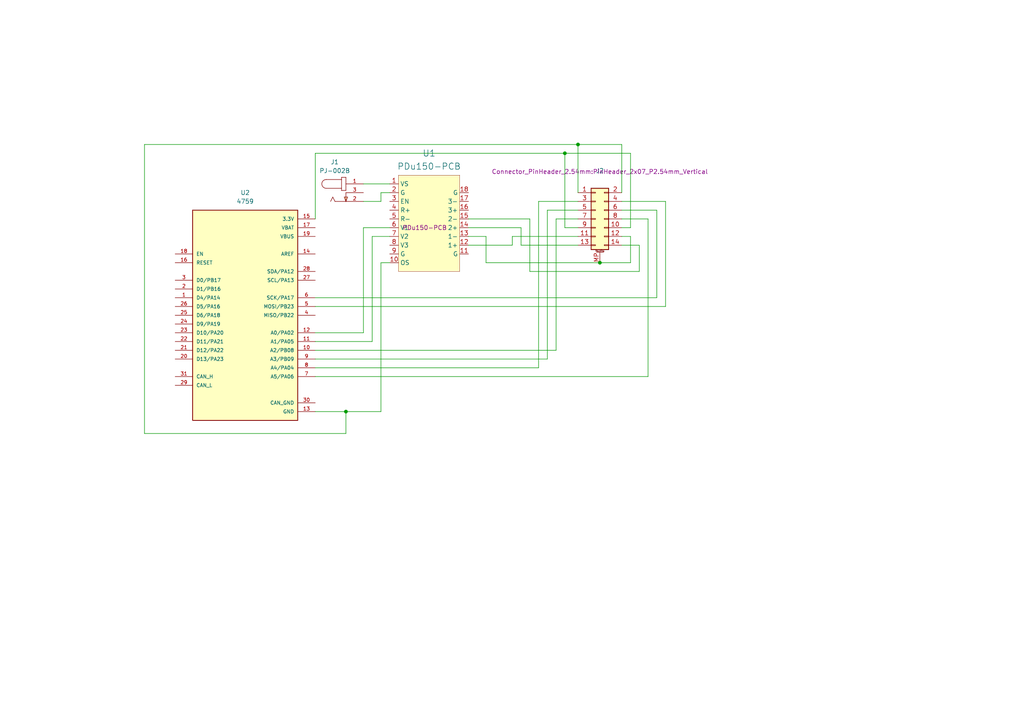
<source format=kicad_sch>
(kicad_sch (version 20250114) (generator "eeschema") (generator_version "9.0")
  (paper "A4")
  (lib_symbols
    (symbol "4759:4759" (pin_names (offset 1.016))
      (property "Reference" "U" (at -15.24 31.115 0))
      (property "Value" "4759" (at -15.24 -33.02 0))
      (symbol "4759_0_0"
        (rectangle (start -15.24 -30.48) (end 15.24 30.48) (stroke (width 0.254)) (fill (type background)))
        (pin input line (at -20.32 17.78 0) (length 5.08) (name "EN") (number "18"))
        (pin input line (at -20.32 15.24 0) (length 5.08) (name "RESET") (number "16"))
        (pin bidirectional line (at -20.32 10.16 0) (length 5.08) (name "D0/PB17") (number "3"))
        (pin bidirectional line (at -20.32 7.62 0) (length 5.08) (name "D1/PB16") (number "2"))
        (pin bidirectional line (at -20.32 5.08 0) (length 5.08) (name "D4/PA14") (number "1"))
        (pin bidirectional line (at -20.32 2.54 0) (length 5.08) (name "D5/PA16") (number "26"))
        (pin bidirectional line (at -20.32 0 0) (length 5.08) (name "D6/PA18") (number "25"))
        (pin bidirectional line (at -20.32 -2.54 0) (length 5.08) (name "D9/PA19") (number "24"))
        (pin bidirectional line (at -20.32 -5.08 0) (length 5.08) (name "D10/PA20") (number "23"))
        (pin bidirectional line (at -20.32 -7.62 0) (length 5.08) (name "D11/PA21") (number "22"))
        (pin bidirectional line (at -20.32 -10.16 0) (length 5.08) (name "D12/PA22") (number "21"))
        (pin bidirectional line (at -20.32 -12.7 0) (length 5.08) (name "D13/PA23") (number "20"))
        (pin bidirectional line (at -20.32 -17.78 0) (length 5.08) (name "CAN_H") (number "31"))
        (pin bidirectional line (at -20.32 -20.32 0) (length 5.08) (name "CAN_L") (number "29"))
        (pin power_in line (at 20.32 27.94 180) (length 5.08) (name "3.3V") (number "15"))
        (pin power_in line (at 20.32 25.4 180) (length 5.08) (name "VBAT") (number "17"))
        (pin power_in line (at 20.32 22.86 180) (length 5.08) (name "VBUS") (number "19"))
        (pin bidirectional line (at 20.32 17.78 180) (length 5.08) (name "AREF") (number "14"))
        (pin bidirectional line (at 20.32 12.7 180) (length 5.08) (name "SDA/PA12") (number "28"))
        (pin bidirectional line (at 20.32 10.16 180) (length 5.08) (name "SCL/PA13") (number "27"))
        (pin bidirectional line (at 20.32 5.08 180) (length 5.08) (name "SCK/PA17") (number "6"))
        (pin bidirectional line (at 20.32 2.54 180) (length 5.08) (name "MOSI/PB23") (number "5"))
        (pin bidirectional line (at 20.32 0 180) (length 5.08) (name "MISO/PB22") (number "4"))
        (pin bidirectional line (at 20.32 -5.08 180) (length 5.08) (name "A0/PA02") (number "12"))
        (pin bidirectional line (at 20.32 -7.62 180) (length 5.08) (name "A1/PA05") (number "11"))
        (pin bidirectional line (at 20.32 -10.16 180) (length 5.08) (name "A2/PB08") (number "10"))
        (pin bidirectional line (at 20.32 -12.7 180) (length 5.08) (name "A3/PB09") (number "9"))
        (pin bidirectional line (at 20.32 -15.24 180) (length 5.08) (name "A4/PA04") (number "8"))
        (pin bidirectional line (at 20.32 -17.78 180) (length 5.08) (name "A5/PA06") (number "7"))
        (pin power_in line (at 20.32 -25.4 180) (length 5.08) (name "CAN_GND") (number "30"))
        (pin power_in line (at 20.32 -27.94 180) (length 5.08) (name "GND") (number "13"))
      )
    )
    (symbol "Connector_Generic_MountingPin:Conn_02x07_Odd_Even_MountingPin" (pin_names (offset 1.016) (hide yes))
      (property "Reference" "J" (at 1.27 10.16 0))
      (property "Value" "Conn_02x07_Odd_Even_MountingPin" (at 2.54 -10.16 0))
      (symbol "Conn_02x07_Odd_Even_MountingPin_1_1"
        (rectangle (start -1.27 8.89) (end 3.81 -8.89) (stroke (width 0.254)) (fill (type background)))
        (rectangle (start -1.27 7.747) (end 0 7.493) (stroke (width 0.1524)))
        (rectangle (start -1.27 5.207) (end 0 4.953) (stroke (width 0.1524)))
        (rectangle (start -1.27 2.667) (end 0 2.413) (stroke (width 0.1524)))
        (rectangle (start -1.27 0.127) (end 0 -0.127) (stroke (width 0.1524)))
        (rectangle (start -1.27 -2.413) (end 0 -2.667) (stroke (width 0.1524)))
        (rectangle (start -1.27 -4.953) (end 0 -5.207) (stroke (width 0.1524)))
        (rectangle (start -1.27 -7.493) (end 0 -7.747) (stroke (width 0.1524)))
        (polyline (pts (xy 0.254 -9.652) (xy 2.286 -9.652)) (stroke (width 0.1524)))
        (rectangle (start 3.81 7.747) (end 2.54 7.493) (stroke (width 0.1524)))
        (rectangle (start 3.81 5.207) (end 2.54 4.953) (stroke (width 0.1524)))
        (rectangle (start 3.81 2.667) (end 2.54 2.413) (stroke (width 0.1524)))
        (rectangle (start 3.81 0.127) (end 2.54 -0.127) (stroke (width 0.1524)))
        (rectangle (start 3.81 -2.413) (end 2.54 -2.667) (stroke (width 0.1524)))
        (rectangle (start 3.81 -4.953) (end 2.54 -5.207) (stroke (width 0.1524)))
        (rectangle (start 3.81 -7.493) (end 2.54 -7.747) (stroke (width 0.1524)))
        (text "Mounting" (at 1.27 -9.271 0) (effects (font (size 0.381 0.381))))
        (pin passive line (at -5.08 7.62 0) (length 3.81) (name "Pin_1") (number "1"))
        (pin passive line (at -5.08 5.08 0) (length 3.81) (name "Pin_3") (number "3"))
        (pin passive line (at -5.08 2.54 0) (length 3.81) (name "Pin_5") (number "5"))
        (pin passive line (at -5.08 0 0) (length 3.81) (name "Pin_7") (number "7"))
        (pin passive line (at -5.08 -2.54 0) (length 3.81) (name "Pin_9") (number "9"))
        (pin passive line (at -5.08 -5.08 0) (length 3.81) (name "Pin_11") (number "11"))
        (pin passive line (at -5.08 -7.62 0) (length 3.81) (name "Pin_13") (number "13"))
        (pin passive line (at 1.27 -12.7 90) (length 3.048) (name "MountPin") (number "MP"))
        (pin passive line (at 7.62 7.62 180) (length 3.81) (name "Pin_2") (number "2"))
        (pin passive line (at 7.62 5.08 180) (length 3.81) (name "Pin_4") (number "4"))
        (pin passive line (at 7.62 2.54 180) (length 3.81) (name "Pin_6") (number "6"))
        (pin passive line (at 7.62 0 180) (length 3.81) (name "Pin_8") (number "8"))
        (pin passive line (at 7.62 -2.54 180) (length 3.81) (name "Pin_10") (number "10"))
        (pin passive line (at 7.62 -5.08 180) (length 3.81) (name "Pin_12") (number "12"))
        (pin passive line (at 7.62 -7.62 180) (length 3.81) (name "Pin_14") (number "14"))
      )
    )
    (symbol "PJ-002B:PJ-002B" (pin_names (offset 1.016) (hide yes))
      (property "Reference" "J" (at -7.6454 5.08 0))
      (property "Value" "PJ-002B" (at -7.62 -5.08 0))
      (symbol "PJ-002B_0_0"
        (polyline (pts (xy -5.715 3.81) (xy -1.27 3.81)) (stroke (width 0.1524)))
        (arc (start -5.715 1.27) (mid -6.985 2.54) (end -5.715 3.81) (stroke (width 0.1524)))
        (polyline (pts (xy -3.81 -1.27) (xy -4.445 -2.54)) (stroke (width 0.1524)))
        (polyline (pts (xy -3.175 -2.54) (xy -3.81 -1.27)) (stroke (width 0.1524)))
        (polyline (pts (xy -1.27 4.445) (xy -1.27 3.81)) (stroke (width 0.1524)))
        (polyline (pts (xy -1.27 3.81) (xy -1.27 1.27)) (stroke (width 0.1524)))
        (polyline (pts (xy -1.27 1.27) (xy -5.715 1.27)) (stroke (width 0.1524)))
        (polyline (pts (xy -1.27 1.27) (xy -1.27 0.635)) (stroke (width 0.1524)))
        (polyline (pts (xy -1.27 0.635) (xy 0 0.635)) (stroke (width 0.1524)))
        (polyline (pts (xy 0 4.445) (xy -1.27 4.445)) (stroke (width 0.1524)))
        (polyline (pts (xy 0 0.635) (xy 0 4.445)) (stroke (width 0.1524)))
        (polyline (pts (xy 0 0) (xy 0 -2.54)) (stroke (width 0.1524)))
        (polyline (pts (xy 0 -2.54) (xy -3.175 -2.54)) (stroke (width 0.1524)))
        (polyline (pts (xy 0 -2.54) (xy -0.508 -1.27) (xy 0.508 -1.27) (xy 0 -2.54)) (stroke (width 0.1524)) (fill (type background)))
        (pin passive line (at 5.08 2.54 180) (length 5.08) (name "~") (number "1"))
        (pin passive line (at 5.08 0 180) (length 5.08) (name "~") (number "3"))
        (pin passive line (at 5.08 -2.54 180) (length 5.08) (name "~") (number "2"))
      )
    )
    (symbol "PiezoDrive:PDu150-PCB"
      (property "Reference" "U" (at 1.524 2.54 0))
      (property "Value" "PDu150-PCB" (at 1.524 -6.604 0))
      (symbol "PDu150-PCB_1_0"
        (rectangle (start 10.16 15.24) (end -7.62 -12.7) (stroke (width 0.0254) (color 128 0 0 1)) (fill (type background)))
        (pin passive line (at -10.16 12.7 0) (length 2.54) (name "VS") (number "1"))
        (pin passive line (at -10.16 10.16 0) (length 2.54) (name "G") (number "2"))
        (pin passive line (at -10.16 7.62 0) (length 2.54) (name "EN") (number "3"))
        (pin passive line (at -10.16 5.08 0) (length 2.54) (name "R+") (number "4"))
        (pin passive line (at -10.16 2.54 0) (length 2.54) (name "R-") (number "5"))
        (pin passive line (at -10.16 0 0) (length 2.54) (name "V1") (number "6"))
        (pin passive line (at -10.16 -2.54 0) (length 2.54) (name "V2") (number "7"))
        (pin passive line (at -10.16 -5.08 0) (length 2.54) (name "V3") (number "8"))
        (pin passive line (at -10.16 -7.62 0) (length 2.54) (name "G") (number "9"))
        (pin passive line (at -10.16 -10.16 0) (length 2.54) (name "OS") (number "10"))
        (pin passive line (at 12.7 10.16 180) (length 2.54) (name "G") (number "18"))
        (pin passive line (at 12.7 7.62 180) (length 2.54) (name "3-") (number "17"))
        (pin passive line (at 12.7 5.08 180) (length 2.54) (name "3+") (number "16"))
        (pin passive line (at 12.7 2.54 180) (length 2.54) (name "2-") (number "15"))
        (pin passive line (at 12.7 0 180) (length 2.54) (name "2+") (number "14"))
        (pin passive line (at 12.7 -2.54 180) (length 2.54) (name "1-") (number "13"))
        (pin passive line (at 12.7 -5.08 180) (length 2.54) (name "1+") (number "12"))
        (pin passive line (at 12.7 -7.62 180) (length 2.54) (name "G") (number "11"))
      )
    )
  )
  (junction (at 100.33 119.38))
  (junction (at 173.99 76.2))
  (junction (at 163.83 44.45))
  (junction (at 167.64 41.91))
  (wire (pts (xy 185.42 71.12) (xy 180.34 71.12)))
  (wire (pts (xy 190.5 60.96) (xy 180.34 60.96)))
  (wire (pts (xy 91.44 119.38) (xy 100.33 119.38)))
  (wire (pts (xy 187.96 109.22) (xy 187.96 63.5)))
  (wire (pts (xy 156.21 58.42) (xy 167.64 58.42)))
  (wire (pts (xy 105.41 96.52) (xy 105.41 66.04)))
  (wire (pts (xy 173.99 76.2) (xy 182.88 76.2)))
  (wire (pts (xy 107.95 99.06) (xy 107.95 68.58)))
  (wire (pts (xy 105.41 58.42) (xy 110.49 58.42)))
  (wire (pts (xy 110.49 58.42) (xy 110.49 55.88)))
  (wire (pts (xy 151.13 71.12) (xy 167.64 71.12)))
  (wire (pts (xy 91.44 104.14) (xy 158.75 104.14)))
  (wire (pts (xy 151.13 66.04) (xy 151.13 71.12)))
  (wire (pts (xy 91.44 63.5) (xy 91.44 44.45)))
  (wire (pts (xy 153.67 78.74) (xy 185.42 78.74)))
  (wire (pts (xy 182.88 66.04) (xy 182.88 44.45)))
  (wire (pts (xy 158.75 104.14) (xy 158.75 60.96)))
  (wire (pts (xy 140.97 68.58) (xy 140.97 76.2)))
  (wire (pts (xy 91.44 86.36) (xy 190.5 86.36)))
  (wire (pts (xy 41.91 41.91) (xy 41.91 125.73)))
  (wire (pts (xy 148.59 68.58) (xy 167.64 68.58)))
  (wire (pts (xy 193.04 88.9) (xy 193.04 58.42)))
  (wire (pts (xy 153.67 63.5) (xy 153.67 78.74)))
  (wire (pts (xy 180.34 66.04) (xy 182.88 66.04)))
  (wire (pts (xy 161.29 63.5) (xy 167.64 63.5)))
  (wire (pts (xy 158.75 60.96) (xy 167.64 60.96)))
  (wire (pts (xy 182.88 76.2) (xy 182.88 68.58)))
  (wire (pts (xy 110.49 119.38) (xy 110.49 76.2)))
  (wire (pts (xy 163.83 44.45) (xy 182.88 44.45)))
  (wire (pts (xy 167.64 41.91) (xy 41.91 41.91)))
  (wire (pts (xy 105.41 66.04) (xy 113.03 66.04)))
  (wire (pts (xy 91.44 109.22) (xy 187.96 109.22)))
  (wire (pts (xy 91.44 106.68) (xy 156.21 106.68)))
  (wire (pts (xy 135.89 71.12) (xy 148.59 71.12)))
  (wire (pts (xy 163.83 66.04) (xy 163.83 44.45)))
  (wire (pts (xy 156.21 106.68) (xy 156.21 58.42)))
  (wire (pts (xy 135.89 63.5) (xy 153.67 63.5)))
  (wire (pts (xy 190.5 86.36) (xy 190.5 60.96)))
  (wire (pts (xy 180.34 55.88) (xy 180.34 41.91)))
  (wire (pts (xy 105.41 53.34) (xy 113.03 53.34)))
  (wire (pts (xy 91.44 99.06) (xy 107.95 99.06)))
  (wire (pts (xy 135.89 68.58) (xy 140.97 68.58)))
  (wire (pts (xy 193.04 58.42) (xy 180.34 58.42)))
  (wire (pts (xy 91.44 96.52) (xy 105.41 96.52)))
  (wire (pts (xy 161.29 101.6) (xy 161.29 63.5)))
  (wire (pts (xy 110.49 55.88) (xy 113.03 55.88)))
  (wire (pts (xy 91.44 101.6) (xy 161.29 101.6)))
  (wire (pts (xy 180.34 41.91) (xy 167.64 41.91)))
  (wire (pts (xy 148.59 71.12) (xy 148.59 68.58)))
  (wire (pts (xy 41.91 125.73) (xy 100.33 125.73)))
  (wire (pts (xy 182.88 68.58) (xy 180.34 68.58)))
  (wire (pts (xy 91.44 44.45) (xy 163.83 44.45)))
  (wire (pts (xy 140.97 76.2) (xy 173.99 76.2)))
  (wire (pts (xy 100.33 119.38) (xy 110.49 119.38)))
  (wire (pts (xy 100.33 125.73) (xy 100.33 119.38)))
  (wire (pts (xy 110.49 76.2) (xy 113.03 76.2)))
  (wire (pts (xy 151.13 66.04) (xy 135.89 66.04)))
  (wire (pts (xy 185.42 78.74) (xy 185.42 71.12)))
  (wire (pts (xy 91.44 88.9) (xy 193.04 88.9)))
  (wire (pts (xy 187.96 63.5) (xy 180.34 63.5)))
  (wire (pts (xy 167.64 55.88) (xy 167.64 41.91)))
  (wire (pts (xy 107.95 68.58) (xy 113.03 68.58)))
  (wire (pts (xy 167.64 66.04) (xy 163.83 66.04)))
  (symbol (lib_id "PJ-002B:PJ-002B") (at 100.33 55.88 0) (unit 1)
    (property "Reference" "J1" (at 97.0915 46.99 0))
    (property "Value" "PJ-002B" (at 97.0915 49.53 0))
    (property "Footprint" "PJ_002B:CUI_PJ-002B" (effects (hide yes)))
    (property "MANUFACTURER" "CUI INC" (effects (hide yes)))
    (property "STANDARD" "Manufacturer recommendations" (effects (hide yes)))
  )
  (symbol (lib_id "4759:4759") (at 71.12 91.44 0) (unit 1)
    (property "Reference" "U2" (at 71.12 55.88 0))
    (property "Value" "4759" (at 71.12 58.42 0))
    (property "Footprint" "4759:MODULE_4759" (effects (hide yes)))
    (property "MF" "Adafruit Industries LLC" (effects (hide yes)))
    (property "Description_1" "\\n                        \\n                            Development Boards & Kits - ARM Adafruit Feather M4 CAN Express with ATSAME51\\n                        \\n" (effects (hide yes)))
    (property "Package" "None" (effects (hide yes)))
    (property "Price" "None" (effects (hide yes)))
    (property "Check_prices" "https://www.snapeda.com/parts/4759/Adafruit+Industries/view-part/?ref=eda" (effects (hide yes)))
    (property "STANDARD" "Manufacturer Recommendations" (effects (hide yes)))
    (property "PARTREV" "Dec. 08 2020" (effects (hide yes)))
    (property "SnapEDA_Link" "https://www.snapeda.com/parts/4759/Adafruit+Industries/view-part/?ref=snap" (effects (hide yes)))
    (property "MP" "4759" (effects (hide yes)))
    (property "Availability" "In Stock" (effects (hide yes)))
    (property "MANUFACTURER" "Adafruit" (effects (hide yes)))
  )
  (symbol (lib_id "PiezoDrive:PDu150-PCB") (at 123.19 66.04 0) (unit 1)
    (property "Reference" "U1" (at 124.46 44.45 0) (effects (font (size 1.8288 1.8288))))
    (property "Value" "PDu150-PCB" (at 124.46 48.26 0) (effects (font (size 1.8288 1.8288))))
    (property "Footprint" "PDu150-PCB" (at 123.19 66.04 0))
    (property "Description" "PDu150 150V Piezo Driver" (effects (hide yes)))
    (property "Manufacturer Code" "PDu150-PCB" (effects (hide yes)))
    (property "Manufacturer" "PiezoDrive" (effects (hide yes)))
  )
  (symbol (lib_id "Connector_Generic_MountingPin:Conn_02x07_Odd_Even_MountingPin") (at 172.72 63.5 0) (unit 1)
    (property "Reference" "J2" (at 173.99 49.53 0))
    (property "Value" "Conn_02x07_Odd_Even_MountingPin" (effects (hide yes)))
    (property "Footprint" "Connector_PinHeader_2.54mm:PinHeader_2x07_P2.54mm_Vertical" (at 173.99 49.784 0))
    (property "Description" "Generic connectable mounting pin connector, double row, 02x07, odd/even pin numbering scheme (row 1 odd numbers, row 2 even numbers), script generated (kicad-library-utils/schlib/autogen/connector/)" (effects (hide yes)))
  )
)
</source>
